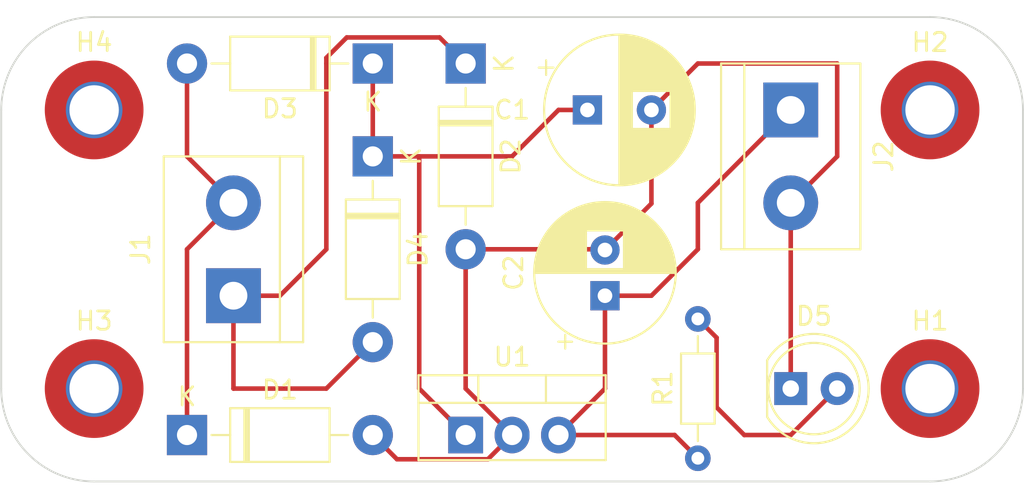
<source format=kicad_pcb>
(kicad_pcb (version 20221018) (generator pcbnew)
  (title_block (title "Power supply Module") (company "By Karthik Thejendra"))
  (layers (0 "F.Cu" signal) (31 "B.Cu" signal) (34 "B.Paste" user) (35 "F.Paste" user) (36 "B.SilkS" user "B.Silkscreen") (37 "F.SilkS" user "F.Silkscreen") (38 "B.Mask" user) (39 "F.Mask" user) (44 "Edge.Cuts" user))
  (net 0 "")
  (net 1 "Net-(D1-K)")
  (net 2 "Net-(J2-Pin_1)")
  (net 3 "Net-(D1-A)")
  (net 4 "Net-(D5-A)")
  (net 5 "Net-(D3-K)")
  (net 6 "Net-(D2-K)")
  (footprint "TerminalBlock:TerminalBlock_bornier-2_P5.08mm" (layer "F.Cu") (at 119.38 93.98 90)
    (fp_text reference "J1" (at 2.54 -5.08 90) (layer "F.SilkS"))
    (fp_text value "Screw_Terminal_01x02")
    (fp_line (start -2.54 -3.81) (end -2.54 3.81) (stroke (width 0.12)) (layer "F.SilkS"))
    (fp_line (start -2.54 3.81) (end 7.62 3.81) (stroke (width 0.12)) (layer "F.SilkS"))
    (fp_line (start 7.62 -3.81) (end -2.54 -3.81) (stroke (width 0.12)) (layer "F.SilkS"))
    (fp_line (start 7.62 2.54) (end -2.54 2.54) (stroke (width 0.12)) (layer "F.SilkS"))
    (fp_line (start 7.62 3.81) (end 7.62 -3.81) (stroke (width 0.12)) (layer "F.SilkS"))
    (pad "1" thru_hole rect (at 0 0 90) (size 3 3) (drill 1.52) (layers "*.Cu" "*.Mask") (net 6 "Net-(D2-K)"))
    (pad "2" thru_hole circle (at 5.08 0 90) (size 3 3) (drill 1.52) (layers "*.Cu" "*.Mask") (net 1 "Net-(D1-K)"))
  )
  (footprint "Diode_THT:D_DO-41_SOD81_P10.16mm_Horizontal" (layer "F.Cu") (at 132.08 81.28 -90)
    (fp_text reference "D2" (at 5.08 -2.47 90) (layer "F.SilkS"))
    (fp_text value "1N4007")
    (fp_text user "K" (at 0 -2.1 90) (layer "F.SilkS"))
    (fp_line (start 1.34 0) (end 2.36 0) (stroke (width 0.12)) (layer "F.SilkS"))
    (fp_line (start 2.36 -1.47) (end 2.36 1.47) (stroke (width 0.12)) (layer "F.SilkS"))
    (fp_line (start 2.36 1.47) (end 7.8 1.47) (stroke (width 0.12)) (layer "F.SilkS"))
    (fp_line (start 3.14 -1.47) (end 3.14 1.47) (stroke (width 0.12)) (layer "F.SilkS"))
    (fp_line (start 3.26 -1.47) (end 3.26 1.47) (stroke (width 0.12)) (layer "F.SilkS"))
    (fp_line (start 3.38 -1.47) (end 3.38 1.47) (stroke (width 0.12)) (layer "F.SilkS"))
    (fp_line (start 7.8 -1.47) (end 2.36 -1.47) (stroke (width 0.12)) (layer "F.SilkS"))
    (fp_line (start 7.8 1.47) (end 7.8 -1.47) (stroke (width 0.12)) (layer "F.SilkS"))
    (fp_line (start 8.82 0) (end 7.8 0) (stroke (width 0.12)) (layer "F.SilkS"))
    (pad "1" thru_hole rect (at 0 0 270) (size 2.2 2.2) (drill 1.1) (layers "*.Cu" "*.Mask") (net 6 "Net-(D2-K)"))
    (pad "2" thru_hole oval (at 10.16 0 270) (size 2.2 2.2) (drill 1.1) (layers "*.Cu" "*.Mask") (net 3 "Net-(D1-A)"))
  )
  (footprint "Diode_THT:D_DO-41_SOD81_P10.16mm_Horizontal" (layer "F.Cu") (at 127 86.36 -90)
    (fp_text reference "D4" (at 5.08 -2.47 90) (layer "F.SilkS"))
    (fp_text value "1N4007")
    (fp_text user "K" (at 0 -2.1 90) (layer "F.SilkS"))
    (fp_line (start 1.34 0) (end 2.36 0) (stroke (width 0.12)) (layer "F.SilkS"))
    (fp_line (start 2.36 -1.47) (end 2.36 1.47) (stroke (width 0.12)) (layer "F.SilkS"))
    (fp_line (start 2.36 1.47) (end 7.8 1.47) (stroke (width 0.12)) (layer "F.SilkS"))
    (fp_line (start 3.14 -1.47) (end 3.14 1.47) (stroke (width 0.12)) (layer "F.SilkS"))
    (fp_line (start 3.26 -1.47) (end 3.26 1.47) (stroke (width 0.12)) (layer "F.SilkS"))
    (fp_line (start 3.38 -1.47) (end 3.38 1.47) (stroke (width 0.12)) (layer "F.SilkS"))
    (fp_line (start 7.8 -1.47) (end 2.36 -1.47) (stroke (width 0.12)) (layer "F.SilkS"))
    (fp_line (start 7.8 1.47) (end 7.8 -1.47) (stroke (width 0.12)) (layer "F.SilkS"))
    (fp_line (start 8.82 0) (end 7.8 0) (stroke (width 0.12)) (layer "F.SilkS"))
    (pad "1" thru_hole rect (at 0 0 270) (size 2.2 2.2) (drill 1.1) (layers "*.Cu" "*.Mask") (net 5 "Net-(D3-K)"))
    (pad "2" thru_hole oval (at 10.16 0 270) (size 2.2 2.2) (drill 1.1) (layers "*.Cu" "*.Mask") (net 6 "Net-(D2-K)"))
  )
  (footprint "Resistor_THT:R_Axial_DIN0204_L3.6mm_D1.6mm_P7.62mm_Horizontal" (layer "F.Cu") (at 144.78 102.87 90)
    (fp_text reference "R1" (at 3.81 -1.92 90) (layer "F.SilkS"))
    (fp_text value "1K")
    (fp_line (start 0.94 0) (end 1.89 0) (stroke (width 0.12)) (layer "F.SilkS"))
    (fp_line (start 1.89 -0.92) (end 1.89 0.92) (stroke (width 0.12)) (layer "F.SilkS"))
    (fp_line (start 1.89 0.92) (end 5.73 0.92) (stroke (width 0.12)) (layer "F.SilkS"))
    (fp_line (start 5.73 -0.92) (end 1.89 -0.92) (stroke (width 0.12)) (layer "F.SilkS"))
    (fp_line (start 5.73 0.92) (end 5.73 -0.92) (stroke (width 0.12)) (layer "F.SilkS"))
    (fp_line (start 6.68 0) (end 5.73 0) (stroke (width 0.12)) (layer "F.SilkS"))
    (pad "1" thru_hole circle (at 0 0 90) (size 1.4 1.4) (drill 0.7) (layers "*.Cu" "*.Mask") (net 2 "Net-(J2-Pin_1)"))
    (pad "2" thru_hole oval (at 7.62 0 90) (size 1.4 1.4) (drill 0.7) (layers "*.Cu" "*.Mask") (net 4 "Net-(D5-A)"))
  )
  (footprint "Diode_THT:D_DO-41_SOD81_P10.16mm_Horizontal" (layer "F.Cu") (at 116.84 101.6)
    (fp_text reference "D1" (at 5.08 -2.47) (layer "F.SilkS"))
    (fp_text value "1N4007")
    (fp_text user "K" (at 0 -2.1) (layer "F.SilkS"))
    (fp_line (start 1.34 0) (end 2.36 0) (stroke (width 0.12)) (layer "F.SilkS"))
    (fp_line (start 2.36 -1.47) (end 2.36 1.47) (stroke (width 0.12)) (layer "F.SilkS"))
    (fp_line (start 2.36 1.47) (end 7.8 1.47) (stroke (width 0.12)) (layer "F.SilkS"))
    (fp_line (start 3.14 -1.47) (end 3.14 1.47) (stroke (width 0.12)) (layer "F.SilkS"))
    (fp_line (start 3.26 -1.47) (end 3.26 1.47) (stroke (width 0.12)) (layer "F.SilkS"))
    (fp_line (start 3.38 -1.47) (end 3.38 1.47) (stroke (width 0.12)) (layer "F.SilkS"))
    (fp_line (start 7.8 -1.47) (end 2.36 -1.47) (stroke (width 0.12)) (layer "F.SilkS"))
    (fp_line (start 7.8 1.47) (end 7.8 -1.47) (stroke (width 0.12)) (layer "F.SilkS"))
    (fp_line (start 8.82 0) (end 7.8 0) (stroke (width 0.12)) (layer "F.SilkS"))
    (pad "1" thru_hole rect (at 0 0) (size 2.2 2.2) (drill 1.1) (layers "*.Cu" "*.Mask") (net 1 "Net-(D1-K)"))
    (pad "2" thru_hole oval (at 10.16 0) (size 2.2 2.2) (drill 1.1) (layers "*.Cu" "*.Mask") (net 3 "Net-(D1-A)"))
  )
  (footprint "Capacitor_THT:CP_Radial_D8.0mm_P3.50mm" (layer "F.Cu") (at 138.74 83.82)
    (fp_text reference "C1" (at -4.12 0) (layer "F.SilkS"))
    (fp_text value "470uF 25V")
    (fp_line (start -2.659698 -2.315) (end -1.859698 -2.315) (stroke (width 0.12)) (layer "F.SilkS"))
    (fp_line (start -2.259698 -2.715) (end -2.259698 -1.915) (stroke (width 0.12)) (layer "F.SilkS"))
    (fp_line (start 1.75 -4.08) (end 1.75 4.08) (stroke (width 0.12)) (layer "F.SilkS"))
    (fp_line (start 1.79 -4.08) (end 1.79 4.08) (stroke (width 0.12)) (layer "F.SilkS"))
    (fp_line (start 1.83 -4.08) (end 1.83 4.08) (stroke (width 0.12)) (layer "F.SilkS"))
    (fp_line (start 1.87 -4.079) (end 1.87 4.079) (stroke (width 0.12)) (layer "F.SilkS"))
    (fp_line (start 1.91 -4.077) (end 1.91 4.077) (stroke (width 0.12)) (layer "F.SilkS"))
    (fp_line (start 1.95 -4.076) (end 1.95 4.076) (stroke (width 0.12)) (layer "F.SilkS"))
    (fp_line (start 1.99 -4.074) (end 1.99 4.074) (stroke (width 0.12)) (layer "F.SilkS"))
    (fp_line (start 2.03 -4.071) (end 2.03 4.071) (stroke (width 0.12)) (layer "F.SilkS"))
    (fp_line (start 2.07 -4.068) (end 2.07 4.068) (stroke (width 0.12)) (layer "F.SilkS"))
    (fp_line (start 2.11 -4.065) (end 2.11 4.065) (stroke (width 0.12)) (layer "F.SilkS"))
    (fp_line (start 2.15 -4.061) (end 2.15 4.061) (stroke (width 0.12)) (layer "F.SilkS"))
    (fp_line (start 2.19 -4.057) (end 2.19 4.057) (stroke (width 0.12)) (layer "F.SilkS"))
    (fp_line (start 2.23 -4.052) (end 2.23 4.052) (stroke (width 0.12)) (layer "F.SilkS"))
    (fp_line (start 2.27 -4.048) (end 2.27 4.048) (stroke (width 0.12)) (layer "F.SilkS"))
    (fp_line (start 2.31 -4.042) (end 2.31 4.042) (stroke (width 0.12)) (layer "F.SilkS"))
    (fp_line (start 2.35 -4.037) (end 2.35 4.037) (stroke (width 0.12)) (layer "F.SilkS"))
    (fp_line (start 2.39 -4.03) (end 2.39 4.03) (stroke (width 0.12)) (layer "F.SilkS"))
    (fp_line (start 2.43 -4.024) (end 2.43 4.024) (stroke (width 0.12)) (layer "F.SilkS"))
    (fp_line (start 2.471 -4.017) (end 2.471 -1.04) (stroke (width 0.12)) (layer "F.SilkS"))
    (fp_line (start 2.471 1.04) (end 2.471 4.017) (stroke (width 0.12)) (layer "F.SilkS"))
    (fp_line (start 2.511 -4.01) (end 2.511 -1.04) (stroke (width 0.12)) (layer "F.SilkS"))
    (fp_line (start 2.511 1.04) (end 2.511 4.01) (stroke (width 0.12)) (layer "F.SilkS"))
    (fp_line (start 2.551 -4.002) (end 2.551 -1.04) (stroke (width 0.12)) (layer "F.SilkS"))
    (fp_line (start 2.551 1.04) (end 2.551 4.002) (stroke (width 0.12)) (layer "F.SilkS"))
    (fp_line (start 2.591 -3.994) (end 2.591 -1.04) (stroke (width 0.12)) (layer "F.SilkS"))
    (fp_line (start 2.591 1.04) (end 2.591 3.994) (stroke (width 0.12)) (layer "F.SilkS"))
    (fp_line (start 2.631 -3.985) (end 2.631 -1.04) (stroke (width 0.12)) (layer "F.SilkS"))
    (fp_line (start 2.631 1.04) (end 2.631 3.985) (stroke (width 0.12)) (layer "F.SilkS"))
    (fp_line (start 2.671 -3.976) (end 2.671 -1.04) (stroke (width 0.12)) (layer "F.SilkS"))
    (fp_line (start 2.671 1.04) (end 2.671 3.976) (stroke (width 0.12)) (layer "F.SilkS"))
    (fp_line (start 2.711 -3.967) (end 2.711 -1.04) (stroke (width 0.12)) (layer "F.SilkS"))
    (fp_line (start 2.711 1.04) (end 2.711 3.967) (stroke (width 0.12)) (layer "F.SilkS"))
    (fp_line (start 2.751 -3.957) (end 2.751 -1.04) (stroke (width 0.12)) (layer "F.SilkS"))
    (fp_line (start 2.751 1.04) (end 2.751 3.957) (stroke (width 0.12)) (layer "F.SilkS"))
    (fp_line (start 2.791 -3.947) (end 2.791 -1.04) (stroke (width 0.12)) (layer "F.SilkS"))
    (fp_line (start 2.791 1.04) (end 2.791 3.947) (stroke (width 0.12)) (layer "F.SilkS"))
    (fp_line (start 2.831 -3.936) (end 2.831 -1.04) (stroke (width 0.12)) (layer "F.SilkS"))
    (fp_line (start 2.831 1.04) (end 2.831 3.936) (stroke (width 0.12)) (layer "F.SilkS"))
    (fp_line (start 2.871 -3.925) (end 2.871 -1.04) (stroke (width 0.12)) (layer "F.SilkS"))
    (fp_line (start 2.871 1.04) (end 2.871 3.925) (stroke (width 0.12)) (layer "F.SilkS"))
    (fp_line (start 2.911 -3.914) (end 2.911 -1.04) (stroke (width 0.12)) (layer "F.SilkS"))
    (fp_line (start 2.911 1.04) (end 2.911 3.914) (stroke (width 0.12)) (layer "F.SilkS"))
    (fp_line (start 2.951 -3.902) (end 2.951 -1.04) (stroke (width 0.12)) (layer "F.SilkS"))
    (fp_line (start 2.951 1.04) (end 2.951 3.902) (stroke (width 0.12)) (layer "F.SilkS"))
    (fp_line (start 2.991 -3.889) (end 2.991 -1.04) (stroke (width 0.12)) (layer "F.SilkS"))
    (fp_line (start 2.991 1.04) (end 2.991 3.889) (stroke (width 0.12)) (layer "F.SilkS"))
    (fp_line (start 3.031 -3.877) (end 3.031 -1.04) (stroke (width 0.12)) (layer "F.SilkS"))
    (fp_line (start 3.031 1.04) (end 3.031 3.877) (stroke (width 0.12)) (layer "F.SilkS"))
    (fp_line (start 3.071 -3.863) (end 3.071 -1.04) (stroke (width 0.12)) (layer "F.SilkS"))
    (fp_line (start 3.071 1.04) (end 3.071 3.863) (stroke (width 0.12)) (layer "F.SilkS"))
    (fp_line (start 3.111 -3.85) (end 3.111 -1.04) (stroke (width 0.12)) (layer "F.SilkS"))
    (fp_line (start 3.111 1.04) (end 3.111 3.85) (stroke (width 0.12)) (layer "F.SilkS"))
    (fp_line (start 3.151 -3.835) (end 3.151 -1.04) (stroke (width 0.12)) (layer "F.SilkS"))
    (fp_line (start 3.151 1.04) (end 3.151 3.835) (stroke (width 0.12)) (layer "F.SilkS"))
    (fp_line (start 3.191 -3.821) (end 3.191 -1.04) (stroke (width 0.12)) (layer "F.SilkS"))
    (fp_line (start 3.191 1.04) (end 3.191 3.821) (stroke (width 0.12)) (layer "F.SilkS"))
    (fp_line (start 3.231 -3.805) (end 3.231 -1.04) (stroke (width 0.12)) (layer "F.SilkS"))
    (fp_line (start 3.231 1.04) (end 3.231 3.805) (stroke (width 0.12)) (layer "F.SilkS"))
    (fp_line (start 3.271 -3.79) (end 3.271 -1.04) (stroke (width 0.12)) (layer "F.SilkS"))
    (fp_line (start 3.271 1.04) (end 3.271 3.79) (stroke (width 0.12)) (layer "F.SilkS"))
    (fp_line (start 3.311 -3.774) (end 3.311 -1.04) (stroke (width 0.12)) (layer "F.SilkS"))
    (fp_line (start 3.311 1.04) (end 3.311 3.774) (stroke (width 0.12)) (layer "F.SilkS"))
    (fp_line (start 3.351 -3.757) (end 3.351 -1.04) (stroke (width 0.12)) (layer "F.SilkS"))
    (fp_line (start 3.351 1.04) (end 3.351 3.757) (stroke (width 0.12)) (layer "F.SilkS"))
    (fp_line (start 3.391 -3.74) (end 3.391 -1.04) (stroke (width 0.12)) (layer "F.SilkS"))
    (fp_line (start 3.391 1.04) (end 3.391 3.74) (stroke (width 0.12)) (layer "F.SilkS"))
    (fp_line (start 3.431 -3.722) (end 3.431 -1.04) (stroke (width 0.12)) (layer "F.SilkS"))
    (fp_line (start 3.431 1.04) (end 3.431 3.722) (stroke (width 0.12)) (layer "F.SilkS"))
    (fp_line (start 3.471 -3.704) (end 3.471 -1.04) (stroke (width 0.12)) (layer "F.SilkS"))
    (fp_line (start 3.471 1.04) (end 3.471 3.704) (stroke (width 0.12)) (layer "F.SilkS"))
    (fp_line (start 3.511 -3.686) (end 3.511 -1.04) (stroke (width 0.12)) (layer "F.SilkS"))
    (fp_line (start 3.511 1.04) (end 3.511 3.686) (stroke (width 0.12)) (layer "F.SilkS"))
    (fp_line (start 3.551 -3.666) (end 3.551 -1.04) (stroke (width 0.12)) (layer "F.SilkS"))
    (fp_line (start 3.551 1.04) (end 3.551 3.666) (stroke (width 0.12)) (layer "F.SilkS"))
    (fp_line (start 3.591 -3.647) (end 3.591 -1.04) (stroke (width 0.12)) (layer "F.SilkS"))
    (fp_line (start 3.591 1.04) (end 3.591 3.647) (stroke (width 0.12)) (layer "F.SilkS"))
    (fp_line (start 3.631 -3.627) (end 3.631 -1.04) (stroke (width 0.12)) (layer "F.SilkS"))
    (fp_line (start 3.631 1.04) (end 3.631 3.627) (stroke (width 0.12)) (layer "F.SilkS"))
    (fp_line (start 3.671 -3.606) (end 3.671 -1.04) (stroke (width 0.12)) (layer "F.SilkS"))
    (fp_line (start 3.671 1.04) (end 3.671 3.606) (stroke (width 0.12)) (layer "F.SilkS"))
    (fp_line (start 3.711 -3.584) (end 3.711 -1.04) (stroke (width 0.12)) (layer "F.SilkS"))
    (fp_line (start 3.711 1.04) (end 3.711 3.584) (stroke (width 0.12)) (layer "F.SilkS"))
    (fp_line (start 3.751 -3.562) (end 3.751 -1.04) (stroke (width 0.12)) (layer "F.SilkS"))
    (fp_line (start 3.751 1.04) (end 3.751 3.562) (stroke (width 0.12)) (layer "F.SilkS"))
    (fp_line (start 3.791 -3.54) (end 3.791 -1.04) (stroke (width 0.12)) (layer "F.SilkS"))
    (fp_line (start 3.791 1.04) (end 3.791 3.54) (stroke (width 0.12)) (layer "F.SilkS"))
    (fp_line (start 3.831 -3.517) (end 3.831 -1.04) (stroke (width 0.12)) (layer "F.SilkS"))
    (fp_line (start 3.831 1.04) (end 3.831 3.517) (stroke (width 0.12)) (layer "F.SilkS"))
    (fp_line (start 3.871 -3.493) (end 3.871 -1.04) (stroke (width 0.12)) (layer "F.SilkS"))
    (fp_line (start 3.871 1.04) (end 3.871 3.493) (stroke (width 0.12)) (layer "F.SilkS"))
    (fp_line (start 3.911 -3.469) (end 3.911 -1.04) (stroke (width 0.12)) (layer "F.SilkS"))
    (fp_line (start 3.911 1.04) (end 3.911 3.469) (stroke (width 0.12)) (layer "F.SilkS"))
    (fp_line (start 3.951 -3.444) (end 3.951 -1.04) (stroke (width 0.12)) (layer "F.SilkS"))
    (fp_line (start 3.951 1.04) (end 3.951 3.444) (stroke (width 0.12)) (layer "F.SilkS"))
    (fp_line (start 3.991 -3.418) (end 3.991 -1.04) (stroke (width 0.12)) (layer "F.SilkS"))
    (fp_line (start 3.991 1.04) (end 3.991 3.418) (stroke (width 0.12)) (layer "F.SilkS"))
    (fp_line (start 4.031 -3.392) (end 4.031 -1.04) (stroke (width 0.12)) (layer "F.SilkS"))
    (fp_line (start 4.031 1.04) (end 4.031 3.392) (stroke (width 0.12)) (layer "F.SilkS"))
    (fp_line (start 4.071 -3.365) (end 4.071 -1.04) (stroke (width 0.12)) (layer "F.SilkS"))
    (fp_line (start 4.071 1.04) (end 4.071 3.365) (stroke (width 0.12)) (layer "F.SilkS"))
    (fp_line (start 4.111 -3.338) (end 4.111 -1.04) (stroke (width 0.12)) (layer "F.SilkS"))
    (fp_line (start 4.111 1.04) (end 4.111 3.338) (stroke (width 0.12)) (layer "F.SilkS"))
    (fp_line (start 4.151 -3.309) (end 4.151 -1.04) (stroke (width 0.12)) (layer "F.SilkS"))
    (fp_line (start 4.151 1.04) (end 4.151 3.309) (stroke (width 0.12)) (layer "F.SilkS"))
    (fp_line (start 4.191 -3.28) (end 4.191 -1.04) (stroke (width 0.12)) (layer "F.SilkS"))
    (fp_line (start 4.191 1.04) (end 4.191 3.28) (stroke (width 0.12)) (layer "F.SilkS"))
    (fp_line (start 4.231 -3.25) (end 4.231 -1.04) (stroke (width 0.12)) (layer "F.SilkS"))
    (fp_line (start 4.231 1.04) (end 4.231 3.25) (stroke (width 0.12)) (layer "F.SilkS"))
    (fp_line (start 4.271 -3.22) (end 4.271 -1.04) (stroke (width 0.12)) (layer "F.SilkS"))
    (fp_line (start 4.271 1.04) (end 4.271 3.22) (stroke (width 0.12)) (layer "F.SilkS"))
    (fp_line (start 4.311 -3.189) (end 4.311 -1.04) (stroke (width 0.12)) (layer "F.SilkS"))
    (fp_line (start 4.311 1.04) (end 4.311 3.189) (stroke (width 0.12)) (layer "F.SilkS"))
    (fp_line (start 4.351 -3.156) (end 4.351 -1.04) (stroke (width 0.12)) (layer "F.SilkS"))
    (fp_line (start 4.351 1.04) (end 4.351 3.156) (stroke (width 0.12)) (layer "F.SilkS"))
    (fp_line (start 4.391 -3.124) (end 4.391 -1.04) (stroke (width 0.12)) (layer "F.SilkS"))
    (fp_line (start 4.391 1.04) (end 4.391 3.124) (stroke (width 0.12)) (layer "F.SilkS"))
    (fp_line (start 4.431 -3.09) (end 4.431 -1.04) (stroke (width 0.12)) (layer "F.SilkS"))
    (fp_line (start 4.431 1.04) (end 4.431 3.09) (stroke (width 0.12)) (layer "F.SilkS"))
    (fp_line (start 4.471 -3.055) (end 4.471 -1.04) (stroke (width 0.12)) (layer "F.SilkS"))
    (fp_line (start 4.471 1.04) (end 4.471 3.055) (stroke (width 0.12)) (layer "F.SilkS"))
    (fp_line (start 4.511 -3.019) (end 4.511 -1.04) (stroke (width 0.12)) (layer "F.SilkS"))
    (fp_line (start 4.511 1.04) (end 4.511 3.019) (stroke (width 0.12)) (layer "F.SilkS"))
    (fp_line (start 4.551 -2.983) (end 4.551 2.983) (stroke (width 0.12)) (layer "F.SilkS"))
    (fp_line (start 4.591 -2.945) (end 4.591 2.945) (stroke (width 0.12)) (layer "F.SilkS"))
    (fp_line (start 4.631 -2.907) (end 4.631 2.907) (stroke (width 0.12)) (layer "F.SilkS"))
    (fp_line (start 4.671 -2.867) (end 4.671 2.867) (stroke (width 0.12)) (layer "F.SilkS"))
    (fp_line (start 4.711 -2.826) (end 4.711 2.826) (stroke (width 0.12)) (layer "F.SilkS"))
    (fp_line (start 4.751 -2.784) (end 4.751 2.784) (stroke (width 0.12)) (layer "F.SilkS"))
    (fp_line (start 4.791 -2.741) (end 4.791 2.741) (stroke (width 0.12)) (layer "F.SilkS"))
    (fp_line (start 4.831 -2.697) (end 4.831 2.697) (stroke (width 0.12)) (layer "F.SilkS"))
    (fp_line (start 4.871 -2.651) (end 4.871 2.651) (stroke (width 0.12)) (layer "F.SilkS"))
    (fp_line (start 4.911 -2.604) (end 4.911 2.604) (stroke (width 0.12)) (layer "F.SilkS"))
    (fp_line (start 4.951 -2.556) (end 4.951 2.556) (stroke (width 0.12)) (layer "F.SilkS"))
    (fp_line (start 4.991 -2.505) (end 4.991 2.505) (stroke (width 0.12)) (layer "F.SilkS"))
    (fp_line (start 5.031 -2.454) (end 5.031 2.454) (stroke (width 0.12)) (layer "F.SilkS"))
    (fp_line (start 5.071 -2.4) (end 5.071 2.4) (stroke (width 0.12)) (layer "F.SilkS"))
    (fp_line (start 5.111 -2.345) (end 5.111 2.345) (stroke (width 0.12)) (layer "F.SilkS"))
    (fp_line (start 5.151 -2.287) (end 5.151 2.287) (stroke (width 0.12)) (layer "F.SilkS"))
    (fp_line (start 5.191 -2.228) (end 5.191 2.228) (stroke (width 0.12)) (layer "F.SilkS"))
    (fp_line (start 5.231 -2.166) (end 5.231 2.166) (stroke (width 0.12)) (layer "F.SilkS"))
    (fp_line (start 5.271 -2.102) (end 5.271 2.102) (stroke (width 0.12)) (layer "F.SilkS"))
    (fp_line (start 5.311 -2.034) (end 5.311 2.034) (stroke (width 0.12)) (layer "F.SilkS"))
    (fp_line (start 5.351 -1.964) (end 5.351 1.964) (stroke (width 0.12)) (layer "F.SilkS"))
    (fp_line (start 5.391 -1.89) (end 5.391 1.89) (stroke (width 0.12)) (layer "F.SilkS"))
    (fp_line (start 5.431 -1.813) (end 5.431 1.813) (stroke (width 0.12)) (layer "F.SilkS"))
    (fp_line (start 5.471 -1.731) (end 5.471 1.731) (stroke (width 0.12)) (layer "F.SilkS"))
    (fp_line (start 5.511 -1.645) (end 5.511 1.645) (stroke (width 0.12)) (layer "F.SilkS"))
    (fp_line (start 5.551 -1.552) (end 5.551 1.552) (stroke (width 0.12)) (layer "F.SilkS"))
    (fp_line (start 5.591 -1.453) (end 5.591 1.453) (stroke (width 0.12)) (layer "F.SilkS"))
    (fp_line (start 5.631 -1.346) (end 5.631 1.346) (stroke (width 0.12)) (layer "F.SilkS"))
    (fp_line (start 5.671 -1.229) (end 5.671 1.229) (stroke (width 0.12)) (layer "F.SilkS"))
    (fp_line (start 5.711 -1.098) (end 5.711 1.098) (stroke (width 0.12)) (layer "F.SilkS"))
    (fp_line (start 5.751 -0.948) (end 5.751 0.948) (stroke (width 0.12)) (layer "F.SilkS"))
    (fp_line (start 5.791 -0.768) (end 5.791 0.768) (stroke (width 0.12)) (layer "F.SilkS"))
    (fp_line (start 5.831 -0.533) (end 5.831 0.533) (stroke (width 0.12)) (layer "F.SilkS"))
    (fp_circle (center 1.75 0) (end 5.87 0) (stroke (width 0.12)) (fill none) (layer "F.SilkS"))
    (pad "1" thru_hole rect (at 0 0) (size 1.6 1.6) (drill 0.8) (layers "*.Cu" "*.Mask") (net 5 "Net-(D3-K)"))
    (pad "2" thru_hole circle (at 3.5 0) (size 1.6 1.6) (drill 0.8) (layers "*.Cu" "*.Mask") (net 3 "Net-(D1-A)"))
  )
  (footprint "MountingHole:MountingHole_2.7mm_M2.5_Pad_TopOnly" (layer "F.Cu") (at 157.48 83.82)
    (fp_text reference "H2" (at 0 -3.7) (layer "F.SilkS"))
    (fp_text value "MountingHole")
    (pad "1" thru_hole circle (at 0 0) (size 3.1 3.1) (drill 2.7) (layers "*.Cu" "*.Mask"))
    (pad "1" connect circle (at 0 0) (size 5.4 5.4) (layers "F.Cu" "F.Mask"))
  )
  (footprint "MountingHole:MountingHole_2.7mm_M2.5_Pad_TopOnly" (layer "F.Cu") (at 111.76 99.06)
    (fp_text reference "H3" (at 0 -3.7) (layer "F.SilkS"))
    (fp_text value "MountingHole")
    (pad "1" thru_hole circle (at 0 0) (size 3.1 3.1) (drill 2.7) (layers "*.Cu" "*.Mask"))
    (pad "1" connect circle (at 0 0) (size 5.4 5.4) (layers "F.Cu" "F.Mask"))
  )
  (footprint "Package_TO_SOT_THT:TO-220-3_Vertical" (layer "F.Cu") (at 132.08 101.6)
    (fp_text reference "U1" (at 2.54 -4.27) (layer "F.SilkS"))
    (fp_text value "LM7805_TO220")
    (fp_line (start -2.58 -3.27) (end -2.58 1.371) (stroke (width 0.12)) (layer "F.SilkS"))
    (fp_line (start -2.58 -3.27) (end 7.66 -3.27) (stroke (width 0.12)) (layer "F.SilkS"))
    (fp_line (start -2.58 -1.76) (end 7.66 -1.76) (stroke (width 0.12)) (layer "F.SilkS"))
    (fp_line (start -2.58 1.371) (end 7.66 1.371) (stroke (width 0.12)) (layer "F.SilkS"))
    (fp_line (start 0.69 -3.27) (end 0.69 -1.76) (stroke (width 0.12)) (layer "F.SilkS"))
    (fp_line (start 4.391 -3.27) (end 4.391 -1.76) (stroke (width 0.12)) (layer "F.SilkS"))
    (fp_line (start 7.66 -3.27) (end 7.66 1.371) (stroke (width 0.12)) (layer "F.SilkS"))
    (pad "1" thru_hole rect (at 0 0) (size 1.905 2) (drill 1.1) (layers "*.Cu" "*.Mask") (net 5 "Net-(D3-K)"))
    (pad "2" thru_hole oval (at 2.54 0) (size 1.905 2) (drill 1.1) (layers "*.Cu" "*.Mask") (net 3 "Net-(D1-A)"))
    (pad "3" thru_hole oval (at 5.08 0) (size 1.905 2) (drill 1.1) (layers "*.Cu" "*.Mask") (net 2 "Net-(J2-Pin_1)"))
  )
  (footprint "MountingHole:MountingHole_2.7mm_M2.5_Pad_TopOnly" (layer "F.Cu") (at 157.48 99.06)
    (fp_text reference "H1" (at 0 -3.7) (layer "F.SilkS"))
    (fp_text value "MountingHole")
    (pad "1" thru_hole circle (at 0 0) (size 3.1 3.1) (drill 2.7) (layers "*.Cu" "*.Mask"))
    (pad "1" connect circle (at 0 0) (size 5.4 5.4) (layers "F.Cu" "F.Mask"))
  )
  (footprint "Capacitor_THT:CP_Radial_D7.5mm_P2.50mm" (layer "F.Cu") (at 139.7 93.98 90)
    (fp_text reference "C2" (at 1.25 -5 90) (layer "F.SilkS"))
    (fp_text value "100uF")
    (fp_line (start -2.892211 -2.175) (end -2.142211 -2.175) (stroke (width 0.12)) (layer "F.SilkS"))
    (fp_line (start -2.517211 -2.55) (end -2.517211 -1.8) (stroke (width 0.12)) (layer "F.SilkS"))
    (fp_line (start 1.25 -3.83) (end 1.25 3.83) (stroke (width 0.12)) (layer "F.SilkS"))
    (fp_line (start 1.29 -3.83) (end 1.29 3.83) (stroke (width 0.12)) (layer "F.SilkS"))
    (fp_line (start 1.33 -3.83) (end 1.33 3.83) (stroke (width 0.12)) (layer "F.SilkS"))
    (fp_line (start 1.37 -3.829) (end 1.37 3.829) (stroke (width 0.12)) (layer "F.SilkS"))
    (fp_line (start 1.41 -3.827) (end 1.41 3.827) (stroke (width 0.12)) (layer "F.SilkS"))
    (fp_line (start 1.45 -3.825) (end 1.45 3.825) (stroke (width 0.12)) (layer "F.SilkS"))
    (fp_line (start 1.49 -3.823) (end 1.49 -1.04) (stroke (width 0.12)) (layer "F.SilkS"))
    (fp_line (start 1.49 1.04) (end 1.49 3.823) (stroke (width 0.12)) (layer "F.SilkS"))
    (fp_line (start 1.53 -3.82) (end 1.53 -1.04) (stroke (width 0.12)) (layer "F.SilkS"))
    (fp_line (start 1.53 1.04) (end 1.53 3.82) (stroke (width 0.12)) (layer "F.SilkS"))
    (fp_line (start 1.57 -3.817) (end 1.57 -1.04) (stroke (width 0.12)) (layer "F.SilkS"))
    (fp_line (start 1.57 1.04) (end 1.57 3.817) (stroke (width 0.12)) (layer "F.SilkS"))
    (fp_line (start 1.61 -3.814) (end 1.61 -1.04) (stroke (width 0.12)) (layer "F.SilkS"))
    (fp_line (start 1.61 1.04) (end 1.61 3.814) (stroke (width 0.12)) (layer "F.SilkS"))
    (fp_line (start 1.65 -3.81) (end 1.65 -1.04) (stroke (width 0.12)) (layer "F.SilkS"))
    (fp_line (start 1.65 1.04) (end 1.65 3.81) (stroke (width 0.12)) (layer "F.SilkS"))
    (fp_line (start 1.69 -3.805) (end 1.69 -1.04) (stroke (width 0.12)) (layer "F.SilkS"))
    (fp_line (start 1.69 1.04) (end 1.69 3.805) (stroke (width 0.12)) (layer "F.SilkS"))
    (fp_line (start 1.73 -3.801) (end 1.73 -1.04) (stroke (width 0.12)) (layer "F.SilkS"))
    (fp_line (start 1.73 1.04) (end 1.73 3.801) (stroke (width 0.12)) (layer "F.SilkS"))
    (fp_line (start 1.77 -3.795) (end 1.77 -1.04) (stroke (width 0.12)) (layer "F.SilkS"))
    (fp_line (start 1.77 1.04) (end 1.77 3.795) (stroke (width 0.12)) (layer "F.SilkS"))
    (fp_line (start 1.81 -3.79) (end 1.81 -1.04) (stroke (width 0.12)) (layer "F.SilkS"))
    (fp_line (start 1.81 1.04) (end 1.81 3.79) (stroke (width 0.12)) (layer "F.SilkS"))
    (fp_line (start 1.85 -3.784) (end 1.85 -1.04) (stroke (width 0.12)) (layer "F.SilkS"))
    (fp_line (start 1.85 1.04) (end 1.85 3.784) (stroke (width 0.12)) (layer "F.SilkS"))
    (fp_line (start 1.89 -3.777) (end 1.89 -1.04) (stroke (width 0.12)) (layer "F.SilkS"))
    (fp_line (start 1.89 1.04) (end 1.89 3.777) (stroke (width 0.12)) (layer "F.SilkS"))
    (fp_line (start 1.93 -3.77) (end 1.93 -1.04) (stroke (width 0.12)) (layer "F.SilkS"))
    (fp_line (start 1.93 1.04) (end 1.93 3.77) (stroke (width 0.12)) (layer "F.SilkS"))
    (fp_line (start 1.971 -3.763) (end 1.971 -1.04) (stroke (width 0.12)) (layer "F.SilkS"))
    (fp_line (start 1.971 1.04) (end 1.971 3.763) (stroke (width 0.12)) (layer "F.SilkS"))
    (fp_line (start 2.011 -3.755) (end 2.011 -1.04) (stroke (width 0.12)) (layer "F.SilkS"))
    (fp_line (start 2.011 1.04) (end 2.011 3.755) (stroke (width 0.12)) (layer "F.SilkS"))
    (fp_line (start 2.051 -3.747) (end 2.051 -1.04) (stroke (width 0.12)) (layer "F.SilkS"))
    (fp_line (start 2.051 1.04) (end 2.051 3.747) (stroke (width 0.12)) (layer "F.SilkS"))
    (fp_line (start 2.091 -3.738) (end 2.091 -1.04) (stroke (width 0.12)) (layer "F.SilkS"))
    (fp_line (start 2.091 1.04) (end 2.091 3.738) (stroke (width 0.12)) (layer "F.SilkS"))
    (fp_line (start 2.131 -3.729) (end 2.131 -1.04) (stroke (width 0.12)) (layer "F.SilkS"))
    (fp_line (start 2.131 1.04) (end 2.131 3.729) (stroke (width 0.12)) (layer "F.SilkS"))
    (fp_line (start 2.171 -3.72) (end 2.171 -1.04) (stroke (width 0.12)) (layer "F.SilkS"))
    (fp_line (start 2.171 1.04) (end 2.171 3.72) (stroke (width 0.12)) (layer "F.SilkS"))
    (fp_line (start 2.211 -3.71) (end 2.211 -1.04) (stroke (width 0.12)) (layer "F.SilkS"))
    (fp_line (start 2.211 1.04) (end 2.211 3.71) (stroke (width 0.12)) (layer "F.SilkS"))
    (fp_line (start 2.251 -3.699) (end 2.251 -1.04) (stroke (width 0.12)) (layer "F.SilkS"))
    (fp_line (start 2.251 1.04) (end 2.251 3.699) (stroke (width 0.12)) (layer "F.SilkS"))
    (fp_line (start 2.291 -3.688) (end 2.291 -1.04) (stroke (width 0.12)) (layer "F.SilkS"))
    (fp_line (start 2.291 1.04) (end 2.291 3.688) (stroke (width 0.12)) (layer "F.SilkS"))
    (fp_line (start 2.331 -3.677) (end 2.331 -1.04) (stroke (width 0.12)) (layer "F.SilkS"))
    (fp_line (start 2.331 1.04) (end 2.331 3.677) (stroke (width 0.12)) (layer "F.SilkS"))
    (fp_line (start 2.371 -3.665) (end 2.371 -1.04) (stroke (width 0.12)) (layer "F.SilkS"))
    (fp_line (start 2.371 1.04) (end 2.371 3.665) (stroke (width 0.12)) (layer "F.SilkS"))
    (fp_line (start 2.411 -3.653) (end 2.411 -1.04) (stroke (width 0.12)) (layer "F.SilkS"))
    (fp_line (start 2.411 1.04) (end 2.411 3.653) (stroke (width 0.12)) (layer "F.SilkS"))
    (fp_line (start 2.451 -3.64) (end 2.451 -1.04) (stroke (width 0.12)) (layer "F.SilkS"))
    (fp_line (start 2.451 1.04) (end 2.451 3.64) (stroke (width 0.12)) (layer "F.SilkS"))
    (fp_line (start 2.491 -3.626) (end 2.491 -1.04) (stroke (width 0.12)) (layer "F.SilkS"))
    (fp_line (start 2.491 1.04) (end 2.491 3.626) (stroke (width 0.12)) (layer "F.SilkS"))
    (fp_line (start 2.531 -3.613) (end 2.531 -1.04) (stroke (width 0.12)) (layer "F.SilkS"))
    (fp_line (start 2.531 1.04) (end 2.531 3.613) (stroke (width 0.12)) (layer "F.SilkS"))
    (fp_line (start 2.571 -3.598) (end 2.571 -1.04) (stroke (width 0.12)) (layer "F.SilkS"))
    (fp_line (start 2.571 1.04) (end 2.571 3.598) (stroke (width 0.12)) (layer "F.SilkS"))
    (fp_line (start 2.611 -3.584) (end 2.611 -1.04) (stroke (width 0.12)) (layer "F.SilkS"))
    (fp_line (start 2.611 1.04) (end 2.611 3.584) (stroke (width 0.12)) (layer "F.SilkS"))
    (fp_line (start 2.651 -3.568) (end 2.651 -1.04) (stroke (width 0.12)) (layer "F.SilkS"))
    (fp_line (start 2.651 1.04) (end 2.651 3.568) (stroke (width 0.12)) (layer "F.SilkS"))
    (fp_line (start 2.691 -3.553) (end 2.691 -1.04) (stroke (width 0.12)) (layer "F.SilkS"))
    (fp_line (start 2.691 1.04) (end 2.691 3.553) (stroke (width 0.12)) (layer "F.SilkS"))
    (fp_line (start 2.731 -3.536) (end 2.731 -1.04) (stroke (width 0.12)) (layer "F.SilkS"))
    (fp_line (start 2.731 1.04) (end 2.731 3.536) (stroke (width 0.12)) (layer "F.SilkS"))
    (fp_line (start 2.771 -3.52) (end 2.771 -1.04) (stroke (width 0.12)) (layer "F.SilkS"))
    (fp_line (start 2.771 1.04) (end 2.771 3.52) (stroke (width 0.12)) (layer "F.SilkS"))
    (fp_line (start 2.811 -3.502) (end 2.811 -1.04) (stroke (width 0.12)) (layer "F.SilkS"))
    (fp_line (start 2.811 1.04) (end 2.811 3.502) (stroke (width 0.12)) (layer "F.SilkS"))
    (fp_line (start 2.851 -3.484) (end 2.851 -1.04) (stroke (width 0.12)) (layer "F.SilkS"))
    (fp_line (start 2.851 1.04) (end 2.851 3.484) (stroke (width 0.12)) (layer "F.SilkS"))
    (fp_line (start 2.891 -3.466) (end 2.891 -1.04) (stroke (width 0.12)) (layer "F.SilkS"))
    (fp_line (start 2.891 1.04) (end 2.891 3.466) (stroke (width 0.12)) (layer "F.SilkS"))
    (fp_line (start 2.931 -3.447) (end 2.931 -1.04) (stroke (width 0.12)) (layer "F.SilkS"))
    (fp_line (start 2.931 1.04) (end 2.931 3.447) (stroke (width 0.12)) (layer "F.SilkS"))
    (fp_line (start 2.971 -3.427) (end 2.971 -1.04) (stroke (width 0.12)) (layer "F.SilkS"))
    (fp_line (start 2.971 1.04) (end 2.971 3.427) (stroke (width 0.12)) (layer "F.SilkS"))
    (fp_line (start 3.011 -3.407) (end 3.011 -1.04) (stroke (width 0.12)) (layer "F.SilkS"))
    (fp_line (start 3.011 1.04) (end 3.011 3.407) (stroke (width 0.12)) (layer "F.SilkS"))
    (fp_line (start 3.051 -3.386) (end 3.051 -1.04) (stroke (width 0.12)) (layer "F.SilkS"))
    (fp_line (start 3.051 1.04) (end 3.051 3.386) (stroke (width 0.12)) (layer "F.SilkS"))
    (fp_line (start 3.091 -3.365) (end 3.091 -1.04) (stroke (width 0.12)) (layer "F.SilkS"))
    (fp_line (start 3.091 1.04) (end 3.091 3.365) (stroke (width 0.12)) (layer "F.SilkS"))
    (fp_line (start 3.131 -3.343) (end 3.131 -1.04) (stroke (width 0.12)) (layer "F.SilkS"))
    (fp_line (start 3.131 1.04) (end 3.131 3.343) (stroke (width 0.12)) (layer "F.SilkS"))
    (fp_line (start 3.171 -3.321) (end 3.171 -1.04) (stroke (width 0.12)) (layer "F.SilkS"))
    (fp_line (start 3.171 1.04) (end 3.171 3.321) (stroke (width 0.12)) (layer "F.SilkS"))
    (fp_line (start 3.211 -3.297) (end 3.211 -1.04) (stroke (width 0.12)) (layer "F.SilkS"))
    (fp_line (start 3.211 1.04) (end 3.211 3.297) (stroke (width 0.12)) (layer "F.SilkS"))
    (fp_line (start 3.251 -3.274) (end 3.251 -1.04) (stroke (width 0.12)) (layer "F.SilkS"))
    (fp_line (start 3.251 1.04) (end 3.251 3.274) (stroke (width 0.12)) (layer "F.SilkS"))
    (fp_line (start 3.291 -3.249) (end 3.291 -1.04) (stroke (width 0.12)) (layer "F.SilkS"))
    (fp_line (start 3.291 1.04) (end 3.291 3.249) (stroke (width 0.12)) (layer "F.SilkS"))
    (fp_line (start 3.331 -3.224) (end 3.331 -1.04) (stroke (width 0.12)) (layer "F.SilkS"))
    (fp_line (start 3.331 1.04) (end 3.331 3.224) (stroke (width 0.12)) (layer "F.SilkS"))
    (fp_line (start 3.371 -3.198) (end 3.371 -1.04) (stroke (width 0.12)) (layer "F.SilkS"))
    (fp_line (start 3.371 1.04) (end 3.371 3.198) (stroke (width 0.12)) (layer "F.SilkS"))
    (fp_line (start 3.411 -3.172) (end 3.411 -1.04) (stroke (width 0.12)) (layer "F.SilkS"))
    (fp_line (start 3.411 1.04) (end 3.411 3.172) (stroke (width 0.12)) (layer "F.SilkS"))
    (fp_line (start 3.451 -3.144) (end 3.451 -1.04) (stroke (width 0.12)) (layer "F.SilkS"))
    (fp_line (start 3.451 1.04) (end 3.451 3.144) (stroke (width 0.12)) (layer "F.SilkS"))
    (fp_line (start 3.491 -3.116) (end 3.491 -1.04) (stroke (width 0.12)) (layer "F.SilkS"))
    (fp_line (start 3.491 1.04) (end 3.491 3.116) (stroke (width 0.12)) (layer "F.SilkS"))
    (fp_line (start 3.531 -3.088) (end 3.531 -1.04) (stroke (width 0.12)) (layer "F.SilkS"))
    (fp_line (start 3.531 1.04) (end 3.531 3.088) (stroke (width 0.12)) (layer "F.SilkS"))
    (fp_line (start 3.571 -3.058) (end 3.571 3.058) (stroke (width 0.12)) (layer "F.SilkS"))
    (fp_line (start 3.611 -3.028) (end 3.611 3.028) (stroke (width 0.12)) (layer "F.SilkS"))
    (fp_line (start 3.651 -2.996) (end 3.651 2.996) (stroke (width 0.12)) (layer "F.SilkS"))
    (fp_line (start 3.691 -2.964) (end 3.691 2.964) (stroke (width 0.12)) (layer "F.SilkS"))
    (fp_line (start 3.731 -2.931) (end 3.731 2.931) (stroke (width 0.12)) (layer "F.SilkS"))
    (fp_line (start 3.771 -2.898) (end 3.771 2.898) (stroke (width 0.12)) (layer "F.SilkS"))
    (fp_line (start 3.811 -2.863) (end 3.811 2.863) (stroke (width 0.12)) (layer "F.SilkS"))
    (fp_line (start 3.851 -2.827) (end 3.851 2.827) (stroke (width 0.12)) (layer "F.SilkS"))
    (fp_line (start 3.891 -2.79) (end 3.891 2.79) (stroke (width 0.12)) (layer "F.SilkS"))
    (fp_line (start 3.931 -2.752) (end 3.931 2.752) (stroke (width 0.12)) (layer "F.SilkS"))
    (fp_line (start 3.971 -2.713) (end 3.971 2.713) (stroke (width 0.12)) (layer "F.SilkS"))
    (fp_line (start 4.011 -2.673) (end 4.011 2.673) (stroke (width 0.12)) (layer "F.SilkS"))
    (fp_line (start 4.051 -2.632) (end 4.051 2.632) (stroke (width 0.12)) (layer "F.SilkS"))
    (fp_line (start 4.091 -2.589) (end 4.091 2.589) (stroke (width 0.12)) (layer "F.SilkS"))
    (fp_line (start 4.131 -2.546) (end 4.131 2.546) (stroke (width 0.12)) (layer "F.SilkS"))
    (fp_line (start 4.171 -2.5) (end 4.171 2.5) (stroke (width 0.12)) (layer "F.SilkS"))
    (fp_line (start 4.211 -2.454) (end 4.211 2.454) (stroke (width 0.12)) (layer "F.SilkS"))
    (fp_line (start 4.251 -2.405) (end 4.251 2.405) (stroke (width 0.12)) (layer "F.SilkS"))
    (fp_line (start 4.291 -2.355) (end 4.291 2.355) (stroke (width 0.12)) (layer "F.SilkS"))
    (fp_line (start 4.331 -2.304) (end 4.331 2.304) (stroke (width 0.12)) (layer "F.SilkS"))
    (fp_line (start 4.371 -2.25) (end 4.371 2.25) (stroke (width 0.12)) (layer "F.SilkS"))
    (fp_line (start 4.411 -2.195) (end 4.411 2.195) (stroke (width 0.12)) (layer "F.SilkS"))
    (fp_line (start 4.451 -2.137) (end 4.451 2.137) (stroke (width 0.12)) (layer "F.SilkS"))
    (fp_line (start 4.491 -2.077) (end 4.491 2.077) (stroke (width 0.12)) (layer "F.SilkS"))
    (fp_line (start 4.531 -2.014) (end 4.531 2.014) (stroke (width 0.12)) (layer "F.SilkS"))
    (fp_line (start 4.571 -1.949) (end 4.571 1.949) (stroke (width 0.12)) (layer "F.SilkS"))
    (fp_line (start 4.611 -1.881) (end 4.611 1.881) (stroke (width 0.12)) (layer "F.SilkS"))
    (fp_line (start 4.651 -1.809) (end 4.651 1.809) (stroke (width 0.12)) (layer "F.SilkS"))
    (fp_line (start 4.691 -1.733) (end 4.691 1.733) (stroke (width 0.12)) (layer "F.SilkS"))
    (fp_line (start 4.731 -1.654) (end 4.731 1.654) (stroke (width 0.12)) (layer "F.SilkS"))
    (fp_line (start 4.771 -1.569) (end 4.771 1.569) (stroke (width 0.12)) (layer "F.SilkS"))
    (fp_line (start 4.811 -1.478) (end 4.811 1.478) (stroke (width 0.12)) (layer "F.SilkS"))
    (fp_line (start 4.851 -1.381) (end 4.851 1.381) (stroke (width 0.12)) (layer "F.SilkS"))
    (fp_line (start 4.891 -1.275) (end 4.891 1.275) (stroke (width 0.12)) (layer "F.SilkS"))
    (fp_line (start 4.931 -1.158) (end 4.931 1.158) (stroke (width 0.12)) (layer "F.SilkS"))
    (fp_line (start 4.971 -1.028) (end 4.971 1.028) (stroke (width 0.12)) (layer "F.SilkS"))
    (fp_line (start 5.011 -0.877) (end 5.011 0.877) (stroke (width 0.12)) (layer "F.SilkS"))
    (fp_line (start 5.051 -0.693) (end 5.051 0.693) (stroke (width 0.12)) (layer "F.SilkS"))
    (fp_line (start 5.091 -0.441) (end 5.091 0.441) (stroke (width 0.12)) (layer "F.SilkS"))
    (fp_circle (center 1.25 0) (end 5.12 0) (stroke (width 0.12)) (fill none) (layer "F.SilkS"))
    (pad "1" thru_hole rect (at 0 0 90) (size 1.6 1.6) (drill 0.8) (layers "*.Cu" "*.Mask") (net 2 "Net-(J2-Pin_1)"))
    (pad "2" thru_hole circle (at 2.5 0 90) (size 1.6 1.6) (drill 0.8) (layers "*.Cu" "*.Mask") (net 3 "Net-(D1-A)"))
  )
  (footprint "TerminalBlock:TerminalBlock_bornier-2_P5.08mm" (layer "F.Cu") (at 149.86 83.82 -90)
    (fp_text reference "J2" (at 2.54 -5.08 90) (layer "F.SilkS"))
    (fp_text value "Screw_Terminal_01x02")
    (fp_line (start -2.54 -3.81) (end -2.54 3.81) (stroke (width 0.12)) (layer "F.SilkS"))
    (fp_line (start -2.54 3.81) (end 7.62 3.81) (stroke (width 0.12)) (layer "F.SilkS"))
    (fp_line (start 7.62 -3.81) (end -2.54 -3.81) (stroke (width 0.12)) (layer "F.SilkS"))
    (fp_line (start 7.62 2.54) (end -2.54 2.54) (stroke (width 0.12)) (layer "F.SilkS"))
    (fp_line (start 7.62 3.81) (end 7.62 -3.81) (stroke (width 0.12)) (layer "F.SilkS"))
    (pad "1" thru_hole rect (at 0 0 270) (size 3 3) (drill 1.52) (layers "*.Cu" "*.Mask") (net 2 "Net-(J2-Pin_1)"))
    (pad "2" thru_hole circle (at 5.08 0 270) (size 3 3) (drill 1.52) (layers "*.Cu" "*.Mask") (net 3 "Net-(D1-A)"))
  )
  (footprint "LED_THT:LED_D5.0mm" (layer "F.Cu") (at 149.86 99.06)
    (fp_text reference "D5" (at 1.27 -3.96) (layer "F.SilkS"))
    (fp_text value "LED")
    (fp_line (start -1.29 -1.545) (end -1.29 1.545) (stroke (width 0.12)) (layer "F.SilkS"))
    (fp_arc (start -1.29 -1.54483) (mid 2.072002 -2.880433) (end 4.26 0.000462) (stroke (width 0.12)) (layer "F.SilkS"))
    (fp_arc (start 4.26 -0.000462) (mid 2.072002 2.880433) (end -1.29 1.54483) (stroke (width 0.12)) (layer "F.SilkS"))
    (fp_circle (center 1.27 0) (end 3.77 0) (stroke (width 0.12)) (fill none) (layer "F.SilkS"))
    (pad "1" thru_hole rect (at 0 0) (size 1.8 1.8) (drill 0.9) (layers "*.Cu" "*.Mask") (net 3 "Net-(D1-A)"))
    (pad "2" thru_hole circle (at 2.54 0) (size 1.8 1.8) (drill 0.9) (layers "*.Cu" "*.Mask") (net 4 "Net-(D5-A)"))
  )
  (footprint "MountingHole:MountingHole_2.7mm_M2.5_Pad_TopOnly" (layer "F.Cu") (at 111.76 83.82)
    (fp_text reference "H4" (at 0 -3.7) (layer "F.SilkS"))
    (fp_text value "MountingHole")
    (pad "1" thru_hole circle (at 0 0) (size 3.1 3.1) (drill 2.7) (layers "*.Cu" "*.Mask"))
    (pad "1" connect circle (at 0 0) (size 5.4 5.4) (layers "F.Cu" "F.Mask"))
  )
  (footprint "Diode_THT:D_DO-41_SOD81_P10.16mm_Horizontal" (layer "F.Cu") (at 127 81.28 180)
    (fp_text reference "D3" (at 5.08 -2.47) (layer "F.SilkS"))
    (fp_text value "1N4007")
    (fp_text user "K" (at 0 -2.1) (layer "F.SilkS"))
    (fp_line (start 1.34 0) (end 2.36 0) (stroke (width 0.12)) (layer "F.SilkS"))
    (fp_line (start 2.36 -1.47) (end 2.36 1.47) (stroke (width 0.12)) (layer "F.SilkS"))
    (fp_line (start 2.36 1.47) (end 7.8 1.47) (stroke (width 0.12)) (layer "F.SilkS"))
    (fp_line (start 3.14 -1.47) (end 3.14 1.47) (stroke (width 0.12)) (layer "F.SilkS"))
    (fp_line (start 3.26 -1.47) (end 3.26 1.47) (stroke (width 0.12)) (layer "F.SilkS"))
    (fp_line (start 3.38 -1.47) (end 3.38 1.47) (stroke (width 0.12)) (layer "F.SilkS"))
    (fp_line (start 7.8 -1.47) (end 2.36 -1.47) (stroke (width 0.12)) (layer "F.SilkS"))
    (fp_line (start 7.8 1.47) (end 7.8 -1.47) (stroke (width 0.12)) (layer "F.SilkS"))
    (fp_line (start 8.82 0) (end 7.8 0) (stroke (width 0.12)) (layer "F.SilkS"))
    (pad "1" thru_hole rect (at 0 0 180) (size 2.2 2.2) (drill 1.1) (layers "*.Cu" "*.Mask") (net 5 "Net-(D3-K)"))
    (pad "2" thru_hole oval (at 10.16 0 180) (size 2.2 2.2) (drill 1.1) (layers "*.Cu" "*.Mask") (net 1 "Net-(D1-K)"))
  )
  (gr_arc (start 162.56 99.06) (mid 161.072102 102.652102) (end 157.48 104.14) (stroke (width 0.1)) (layer "Edge.Cuts"))
  (gr_arc (start 111.76 104.14) (mid 108.167898 102.652102) (end 106.68 99.06) (stroke (width 0.1)) (layer "Edge.Cuts"))
  (gr_line (start 111.76 104.14) (end 157.48 104.14) (stroke (width 0.1)) (layer "Edge.Cuts"))
  (gr_line (start 106.68 83.82) (end 106.68 99.06) (stroke (width 0.1)) (layer "Edge.Cuts"))
  (gr_arc (start 106.68 83.82) (mid 108.167898 80.227898) (end 111.76 78.74) (stroke (width 0.1)) (layer "Edge.Cuts"))
  (gr_arc (start 157.48 78.74) (mid 161.072102 80.227898) (end 162.56 83.82) (stroke (width 0.1)) (layer "Edge.Cuts"))
  (gr_line (start 157.48 78.74) (end 111.76 78.74) (stroke (width 0.1)) (layer "Edge.Cuts"))
  (gr_line (start 162.56 83.82) (end 162.56 99.06) (stroke (width 0.1)) (layer "Edge.Cuts"))
  (segment (start 116.84 91.44) (end 116.84 101.6) (width 0.25) (layer "F.Cu") (net 1))
  (segment (start 116.84 86.36) (end 119.38 88.9) (width 0.25) (layer "F.Cu") (net 1))
  (segment (start 116.84 81.28) (end 116.84 86.36) (width 0.25) (layer "F.Cu") (net 1))
  (segment (start 119.38 88.9) (end 116.84 91.44) (width 0.25) (layer "F.Cu") (net 1))
  (segment (start 144.78 91.44) (end 142.24 93.98) (width 0.25) (layer "F.Cu") (net 2))
  (segment (start 143.51 101.6) (end 144.78 102.87) (width 0.25) (layer "F.Cu") (net 2))
  (segment (start 137.16 101.6) (end 143.51 101.6) (width 0.25) (layer "F.Cu") (net 2))
  (segment (start 142.24 93.98) (end 139.7 93.98) (width 0.25) (layer "F.Cu") (net 2))
  (segment (start 139.7 93.98) (end 139.7 99.06) (width 0.25) (layer "F.Cu") (net 2))
  (segment (start 139.7 99.06) (end 137.16 101.6) (width 0.25) (layer "F.Cu") (net 2))
  (segment (start 144.78 88.9) (end 144.78 91.44) (width 0.25) (layer "F.Cu") (net 2))
  (segment (start 149.86 83.82) (end 144.78 88.9) (width 0.25) (layer "F.Cu") (net 2))
  (segment (start 127 101.6) (end 128.325 102.925) (width 0.25) (layer "F.Cu") (net 3))
  (segment (start 128.325 102.925) (end 133.295 102.925) (width 0.25) (layer "F.Cu") (net 3))
  (segment (start 142.24 88.94) (end 139.7 91.48) (width 0.25) (layer "F.Cu") (net 3))
  (segment (start 149.86 99.06) (end 149.86 88.9) (width 0.25) (layer "F.Cu") (net 3))
  (segment (start 152.4 86.36) (end 152.4 81.28) (width 0.25) (layer "F.Cu") (net 3))
  (segment (start 149.86 88.9) (end 152.4 86.36) (width 0.25) (layer "F.Cu") (net 3))
  (segment (start 132.08 99.06) (end 134.62 101.6) (width 0.25) (layer "F.Cu") (net 3))
  (segment (start 144.78 81.28) (end 142.24 83.82) (width 0.25) (layer "F.Cu") (net 3))
  (segment (start 132.08 91.44) (end 132.08 99.06) (width 0.25) (layer "F.Cu") (net 3))
  (segment (start 152.4 81.28) (end 144.78 81.28) (width 0.25) (layer "F.Cu") (net 3))
  (segment (start 133.295 102.925) (end 134.62 101.6) (width 0.25) (layer "F.Cu") (net 3))
  (segment (start 142.24 83.82) (end 142.24 88.94) (width 0.25) (layer "F.Cu") (net 3))
  (segment (start 139.66 91.44) (end 139.7 91.48) (width 0.25) (layer "F.Cu") (net 3))
  (segment (start 132.08 91.44) (end 139.66 91.44) (width 0.25) (layer "F.Cu") (net 3))
  (segment (start 147.32 101.6) (end 149.86 101.6) (width 0.25) (layer "F.Cu") (net 4))
  (segment (start 145.805 100.085) (end 147.32 101.6) (width 0.25) (layer "F.Cu") (net 4))
  (segment (start 149.86 101.6) (end 152.4 99.06) (width 0.25) (layer "F.Cu") (net 4))
  (segment (start 145.805 96.275) (end 145.805 100.085) (width 0.25) (layer "F.Cu") (net 4))
  (segment (start 144.78 95.25) (end 145.805 96.275) (width 0.25) (layer "F.Cu") (net 4))
  (segment (start 127 81.28) (end 127 86.36) (width 0.25) (layer "F.Cu") (net 5))
  (segment (start 134.62 86.36) (end 137.16 83.82) (width 0.25) (layer "F.Cu") (net 5))
  (segment (start 129.54 99.06) (end 129.54 86.36) (width 0.25) (layer "F.Cu") (net 5))
  (segment (start 132.08 101.6) (end 129.54 99.06) (width 0.25) (layer "F.Cu") (net 5))
  (segment (start 137.16 83.82) (end 138.74 83.82) (width 0.25) (layer "F.Cu") (net 5))
  (segment (start 129.54 86.36) (end 134.62 86.36) (width 0.25) (layer "F.Cu") (net 5))
  (segment (start 127 86.36) (end 129.54 86.36) (width 0.25) (layer "F.Cu") (net 5))
  (segment (start 124.46 99.06) (end 127 96.52) (width 0.25) (layer "F.Cu") (net 6))
  (segment (start 125.575 79.855) (end 124.46 80.97) (width 0.25) (layer "F.Cu") (net 6))
  (segment (start 130.655 79.855) (end 125.575 79.855) (width 0.25) (layer "F.Cu") (net 6))
  (segment (start 121.92 93.98) (end 119.38 93.98) (width 0.25) (layer "F.Cu") (net 6))
  (segment (start 124.46 81.28) (end 124.46 91.44) (width 0.25) (layer "F.Cu") (net 6))
  (segment (start 119.38 93.98) (end 119.38 99.06) (width 0.25) (layer "F.Cu") (net 6))
  (segment (start 132.08 81.28) (end 130.655 79.855) (width 0.25) (layer "F.Cu") (net 6))
  (segment (start 124.46 80.97) (end 124.46 81.28) (width 0.25) (layer "F.Cu") (net 6))
  (segment (start 124.46 91.44) (end 121.92 93.98) (width 0.25) (layer "F.Cu") (net 6))
  (segment (start 119.38 99.06) (end 124.46 99.06) (width 0.25) (layer "F.Cu") (net 6))
)
</source>
